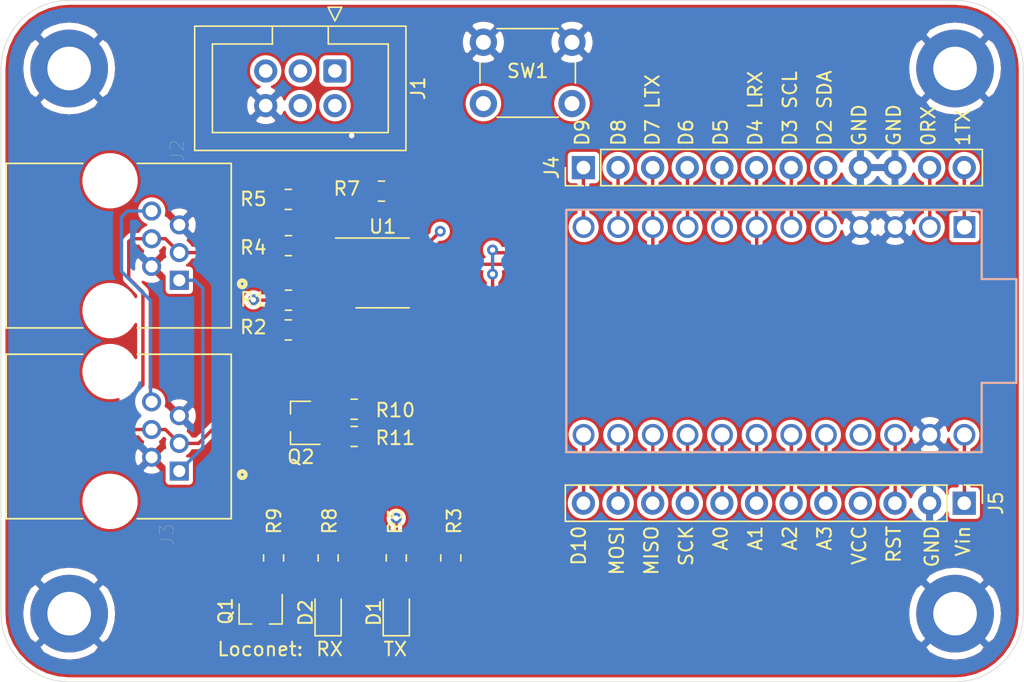
<source format=kicad_pcb>
(kicad_pcb (version 20171130) (host pcbnew 5.1.9-73d0e3b20d~88~ubuntu20.04.1)
  (layers (0 F.Cu signal) (1 In1.Cu signal) (2 In2.Cu signal) (31 B.Cu signal) (34 B.Paste user) (35 F.Paste user) (36 B.SilkS user) (37 F.SilkS user) (38 B.Mask user) (39 F.Mask user) (44 Edge.Cuts user))
  (net 0 "")
  (net 1 GND)
  (net 2 VCC)
  (net 3 "Net-(D1-Pad2)")
  (net 4 /RX)
  (net 5 "Net-(D2-Pad2)")
  (net 6 "Net-(D2-Pad1)")
  (net 7 /mosi)
  (net 8 /rst)
  (net 9 /sck)
  (net 10 /miso)
  (net 11 "Net-(J2-Pad1)")
  (net 12 /LocoNet/loconet)
  (net 13 "Net-(J2-Pad6)")
  (net 14 "/Arduino Leonardo/PD3_D1_TX")
  (net 15 "/Arduino Leonardo/PD2_D0_RX")
  (net 16 "/Arduino Leonardo/PD1_D2_SDA")
  (net 17 "/Arduino Leonardo/PD0_D3_SCL")
  (net 18 "/Arduino Leonardo/PC6_D5")
  (net 19 "/Arduino Leonardo/PD7_D6_A7")
  (net 20 /TX)
  (net 21 "/Arduino Leonardo/PB4_D8")
  (net 22 "/Arduino Leonardo/PB5_D9_A8")
  (net 23 "/Arduino Leonardo/PB6_D10")
  (net 24 "/Arduino Leonardo/PF7_A0")
  (net 25 "/Arduino Leonardo/PF6_A1")
  (net 26 "/Arduino Leonardo/PF5_A2")
  (net 27 "/Arduino Leonardo/PF4_A3")
  (net 28 "/Arduino Leonardo/raw")
  (net 29 "Net-(Q1-Pad1)")
  (net 30 "Net-(Q2-Pad2)")
  (net 31 "Net-(Q2-Pad1)")
  (net 32 "Net-(R1-Pad2)")
  (net 33 "Net-(R4-Pad2)")
  (net 34 "Net-(U1-Pad6)")
  (net 35 "Net-(U1-Pad5)")
  (module Connector_PinHeader_2.54mm:PinHeader_1x12_P2.54mm_Vertical (layer F.Cu) (at 100.6729 106.8959 270)
    (fp_text reference J5 (at 0 -2.33 90) (layer F.SilkS))
    (fp_text value Conn_01x12)
    (fp_line (start -1.33 -1.33) (end 0 -1.33) (layer F.SilkS) (width 0.12))
    (fp_line (start -1.33 0) (end -1.33 -1.33) (layer F.SilkS) (width 0.12))
    (fp_line (start -1.33 1.27) (end 1.33 1.27) (layer F.SilkS) (width 0.12))
    (fp_line (start 1.33 1.27) (end 1.33 29.27) (layer F.SilkS) (width 0.12))
    (fp_line (start -1.33 1.27) (end -1.33 29.27) (layer F.SilkS) (width 0.12))
    (fp_line (start -1.33 29.27) (end 1.33 29.27) (layer F.SilkS) (width 0.12))
    (pad 12 thru_hole oval (at 0 27.94 270) (size 1.7 1.7) (drill 1) (layers *.Cu *.Mask) (net 23 "/Arduino Leonardo/PB6_D10"))
    (pad 11 thru_hole oval (at 0 25.4 270) (size 1.7 1.7) (drill 1) (layers *.Cu *.Mask) (net 7 /mosi))
    (pad 10 thru_hole oval (at 0 22.86 270) (size 1.7 1.7) (drill 1) (layers *.Cu *.Mask) (net 10 /miso))
    (pad 9 thru_hole oval (at 0 20.32 270) (size 1.7 1.7) (drill 1) (layers *.Cu *.Mask) (net 9 /sck))
    (pad 8 thru_hole oval (at 0 17.78 270) (size 1.7 1.7) (drill 1) (layers *.Cu *.Mask) (net 24 "/Arduino Leonardo/PF7_A0"))
    (pad 7 thru_hole oval (at 0 15.24 270) (size 1.7 1.7) (drill 1) (layers *.Cu *.Mask) (net 25 "/Arduino Leonardo/PF6_A1"))
    (pad 6 thru_hole oval (at 0 12.7 270) (size 1.7 1.7) (drill 1) (layers *.Cu *.Mask) (net 26 "/Arduino Leonardo/PF5_A2"))
    (pad 5 thru_hole oval (at 0 10.16 270) (size 1.7 1.7) (drill 1) (layers *.Cu *.Mask) (net 27 "/Arduino Leonardo/PF4_A3"))
    (pad 4 thru_hole oval (at 0 7.62 270) (size 1.7 1.7) (drill 1) (layers *.Cu *.Mask) (net 2 VCC))
    (pad 3 thru_hole oval (at 0 5.08 270) (size 1.7 1.7) (drill 1) (layers *.Cu *.Mask) (net 8 /rst))
    (pad 2 thru_hole oval (at 0 2.54 270) (size 1.7 1.7) (drill 1) (layers *.Cu *.Mask) (net 1 GND))
    (pad 1 thru_hole rect (at 0 0 270) (size 1.7 1.7) (drill 1) (layers *.Cu *.Mask) (net 28 "/Arduino Leonardo/raw"))
  )
  (module LocoNetInterface:ProMicro (layer F.Cu) (at 86.7156 94.2594 180)
    (fp_text reference U3 hide)
    (fp_text value ProMicro)
    (fp_line (start 15.24 -8.89) (end 15.24 8.89) (layer B.SilkS) (width 0.15))
    (fp_line (start 15.24 8.89) (end -15.24 8.89) (layer B.SilkS) (width 0.15))
    (fp_line (start -15.24 8.89) (end -15.24 3.81) (layer B.SilkS) (width 0.15))
    (fp_line (start -15.24 3.81) (end -17.78 3.81) (layer B.SilkS) (width 0.15))
    (fp_line (start -17.78 3.81) (end -17.78 -3.81) (layer B.SilkS) (width 0.15))
    (fp_line (start -17.78 -3.81) (end -15.24 -3.81) (layer B.SilkS) (width 0.15))
    (fp_line (start -15.24 -3.81) (end -15.24 -8.89) (layer B.SilkS) (width 0.15))
    (fp_line (start -15.24 -8.89) (end 15.24 -8.89) (layer B.SilkS) (width 0.15))
    (fp_line (start -15.24 8.89) (end 15.24 8.89) (layer F.SilkS) (width 0.15))
    (fp_line (start -15.24 8.89) (end -15.24 3.81) (layer F.SilkS) (width 0.15))
    (fp_line (start -15.24 3.81) (end -17.78 3.81) (layer F.SilkS) (width 0.15))
    (fp_line (start -17.78 3.81) (end -17.78 -3.81) (layer F.SilkS) (width 0.15))
    (fp_line (start -17.78 -3.81) (end -15.24 -3.81) (layer F.SilkS) (width 0.15))
    (fp_line (start -15.24 -3.81) (end -15.24 -8.89) (layer F.SilkS) (width 0.15))
    (fp_line (start -15.24 -8.89) (end 15.24 -8.89) (layer F.SilkS) (width 0.15))
    (fp_line (start 15.24 -8.89) (end 15.24 8.89) (layer F.SilkS) (width 0.15))
    (pad 24 thru_hole circle (at -13.97 -7.62 180) (size 1.6 1.6) (drill 1.1) (layers *.Cu *.Mask) (net 28 "/Arduino Leonardo/raw"))
    (pad 23 thru_hole circle (at -11.43 -7.62 180) (size 1.6 1.6) (drill 1.1) (layers *.Cu *.Mask) (net 1 GND))
    (pad 22 thru_hole circle (at -8.89 -7.62 180) (size 1.6 1.6) (drill 1.1) (layers *.Cu *.Mask) (net 8 /rst))
    (pad 21 thru_hole circle (at -6.35 -7.62 180) (size 1.6 1.6) (drill 1.1) (layers *.Cu *.Mask) (net 2 VCC))
    (pad 20 thru_hole circle (at -3.81 -7.62 180) (size 1.6 1.6) (drill 1.1) (layers *.Cu *.Mask) (net 27 "/Arduino Leonardo/PF4_A3"))
    (pad 19 thru_hole circle (at -1.27 -7.62 180) (size 1.6 1.6) (drill 1.1) (layers *.Cu *.Mask) (net 26 "/Arduino Leonardo/PF5_A2"))
    (pad 18 thru_hole circle (at 1.27 -7.62 180) (size 1.6 1.6) (drill 1.1) (layers *.Cu *.Mask) (net 25 "/Arduino Leonardo/PF6_A1"))
    (pad 17 thru_hole circle (at 3.81 -7.62 180) (size 1.6 1.6) (drill 1.1) (layers *.Cu *.Mask) (net 24 "/Arduino Leonardo/PF7_A0"))
    (pad 16 thru_hole circle (at 6.35 -7.62 180) (size 1.6 1.6) (drill 1.1) (layers *.Cu *.Mask) (net 9 /sck))
    (pad 15 thru_hole circle (at 8.89 -7.62 180) (size 1.6 1.6) (drill 1.1) (layers *.Cu *.Mask) (net 10 /miso))
    (pad 14 thru_hole circle (at 11.43 -7.62 180) (size 1.6 1.6) (drill 1.1) (layers *.Cu *.Mask) (net 7 /mosi))
    (pad 13 thru_hole circle (at 13.97 -7.62 180) (size 1.6 1.6) (drill 1.1) (layers *.Cu *.Mask) (net 23 "/Arduino Leonardo/PB6_D10"))
    (pad 12 thru_hole circle (at 13.97 7.62 180) (size 1.6 1.6) (drill 1.1) (layers *.Cu *.Mask) (net 22 "/Arduino Leonardo/PB5_D9_A8"))
    (pad 11 thru_hole circle (at 11.43 7.62 180) (size 1.6 1.6) (drill 1.1) (layers *.Cu *.Mask) (net 21 "/Arduino Leonardo/PB4_D8"))
    (pad 10 thru_hole circle (at 8.89 7.62 180) (size 1.6 1.6) (drill 1.1) (layers *.Cu *.Mask) (net 20 /TX))
    (pad 9 thru_hole circle (at 6.35 7.62 180) (size 1.6 1.6) (drill 1.1) (layers *.Cu *.Mask) (net 19 "/Arduino Leonardo/PD7_D6_A7"))
    (pad 8 thru_hole circle (at 3.81 7.62 180) (size 1.6 1.6) (drill 1.1) (layers *.Cu *.Mask) (net 18 "/Arduino Leonardo/PC6_D5"))
    (pad 7 thru_hole circle (at 1.27 7.62 180) (size 1.6 1.6) (drill 1.1) (layers *.Cu *.Mask) (net 4 /RX))
    (pad 6 thru_hole circle (at -1.27 7.62 180) (size 1.6 1.6) (drill 1.1) (layers *.Cu *.Mask) (net 17 "/Arduino Leonardo/PD0_D3_SCL"))
    (pad 5 thru_hole circle (at -3.81 7.62 180) (size 1.6 1.6) (drill 1.1) (layers *.Cu *.Mask) (net 16 "/Arduino Leonardo/PD1_D2_SDA"))
    (pad 4 thru_hole circle (at -6.35 7.62 180) (size 1.6 1.6) (drill 1.1) (layers *.Cu *.Mask) (net 1 GND))
    (pad 3 thru_hole circle (at -8.89 7.62 180) (size 1.6 1.6) (drill 1.1) (layers *.Cu *.Mask) (net 1 GND))
    (pad 2 thru_hole circle (at -11.43 7.62 180) (size 1.6 1.6) (drill 1.1) (layers *.Cu *.Mask) (net 15 "/Arduino Leonardo/PD2_D0_RX"))
    (pad 1 thru_hole rect (at -13.97 7.62 180) (size 1.6 1.6) (drill 1.1) (layers *.Cu *.Mask) (net 14 "/Arduino Leonardo/PD3_D1_TX"))
  )
  (module MountingHole:MountingHole_3.2mm_M3_ISO7380_Pad (layer F.Cu) (at 100 75)
    (fp_text reference H4 hide)
    (fp_text value MountingHole_Pad)
    (pad 1 thru_hole circle (at 0 0) (size 5.7 5.7) (drill 3.2) (layers *.Cu *.Mask) (net 1 GND))
  )
  (module MountingHole:MountingHole_3.2mm_M3_ISO7380_Pad (layer F.Cu) (at 100 115)
    (fp_text reference H3 hide)
    (fp_text value MountingHole_Pad)
    (pad 1 thru_hole circle (at 0 0) (size 5.7 5.7) (drill 3.2) (layers *.Cu *.Mask) (net 1 GND))
  )
  (module MountingHole:MountingHole_3.2mm_M3_ISO7380_Pad (layer F.Cu) (at 35 115)
    (fp_text reference H2 hide)
    (fp_text value MountingHole_Pad)
    (pad 1 thru_hole circle (at 0 0) (size 5.7 5.7) (drill 3.2) (layers *.Cu *.Mask) (net 1 GND))
  )
  (module MountingHole:MountingHole_3.2mm_M3_ISO7380_Pad (layer F.Cu) (at 35 75)
    (fp_text reference H1 hide)
    (fp_text value MountingHole_Pad)
    (pad 1 thru_hole circle (at 0 0) (size 5.7 5.7) (drill 3.2) (layers *.Cu *.Mask) (net 1 GND))
  )
  (module Connector_PinHeader_2.54mm:PinHeader_1x12_P2.54mm_Vertical (layer F.Cu) (at 72.7329 82.2706 90)
    (fp_text reference J4 (at 0 -2.33 90) (layer F.SilkS))
    (fp_text value Conn_01x12)
    (fp_line (start -1.33 29.27) (end 1.33 29.27) (layer F.SilkS) (width 0.12))
    (fp_line (start -1.33 1.27) (end -1.33 29.27) (layer F.SilkS) (width 0.12))
    (fp_line (start 1.33 1.27) (end 1.33 29.27) (layer F.SilkS) (width 0.12))
    (fp_line (start -1.33 1.27) (end 1.33 1.27) (layer F.SilkS) (width 0.12))
    (fp_line (start -1.33 0) (end -1.33 -1.33) (layer F.SilkS) (width 0.12))
    (fp_line (start -1.33 -1.33) (end 0 -1.33) (layer F.SilkS) (width 0.12))
    (pad 12 thru_hole oval (at 0 27.94 90) (size 1.7 1.7) (drill 1) (layers *.Cu *.Mask) (net 14 "/Arduino Leonardo/PD3_D1_TX"))
    (pad 11 thru_hole oval (at 0 25.4 90) (size 1.7 1.7) (drill 1) (layers *.Cu *.Mask) (net 15 "/Arduino Leonardo/PD2_D0_RX"))
    (pad 10 thru_hole oval (at 0 22.86 90) (size 1.7 1.7) (drill 1) (layers *.Cu *.Mask) (net 1 GND))
    (pad 9 thru_hole oval (at 0 20.32 90) (size 1.7 1.7) (drill 1) (layers *.Cu *.Mask) (net 1 GND))
    (pad 8 thru_hole oval (at 0 17.78 90) (size 1.7 1.7) (drill 1) (layers *.Cu *.Mask) (net 16 "/Arduino Leonardo/PD1_D2_SDA"))
    (pad 7 thru_hole oval (at 0 15.24 90) (size 1.7 1.7) (drill 1) (layers *.Cu *.Mask) (net 17 "/Arduino Leonardo/PD0_D3_SCL"))
    (pad 6 thru_hole oval (at 0 12.7 90) (size 1.7 1.7) (drill 1) (layers *.Cu *.Mask) (net 4 /RX))
    (pad 5 thru_hole oval (at 0 10.16 90) (size 1.7 1.7) (drill 1) (layers *.Cu *.Mask) (net 18 "/Arduino Leonardo/PC6_D5"))
    (pad 4 thru_hole oval (at 0 7.62 90) (size 1.7 1.7) (drill 1) (layers *.Cu *.Mask) (net 19 "/Arduino Leonardo/PD7_D6_A7"))
    (pad 3 thru_hole oval (at 0 5.08 90) (size 1.7 1.7) (drill 1) (layers *.Cu *.Mask) (net 20 /TX))
    (pad 2 thru_hole oval (at 0 2.54 90) (size 1.7 1.7) (drill 1) (layers *.Cu *.Mask) (net 21 "/Arduino Leonardo/PB4_D8"))
    (pad 1 thru_hole rect (at 0 0 90) (size 1.7 1.7) (drill 1) (layers *.Cu *.Mask) (net 22 "/Arduino Leonardo/PB5_D9_A8"))
  )
  (module Package_SO:SOIC-8_3.9x4.9mm_P1.27mm (layer F.Cu) (at 58 90)
    (fp_text reference U1 (at 0 -3.4) (layer F.SilkS))
    (fp_text value LM311)
    (fp_line (start 0 2.56) (end 1.95 2.56) (layer F.SilkS) (width 0.12))
    (fp_line (start 0 2.56) (end -1.95 2.56) (layer F.SilkS) (width 0.12))
    (fp_line (start 0 -2.56) (end 1.95 -2.56) (layer F.SilkS) (width 0.12))
    (fp_line (start 0 -2.56) (end -3.45 -2.56) (layer F.SilkS) (width 0.12))
    (pad 8 smd roundrect (at 2.475 -1.905) (size 1.95 0.6) (layers F.Cu F.Paste F.Mask) (net 2 VCC))
    (pad 7 smd roundrect (at 2.475 -0.635) (size 1.95 0.6) (layers F.Cu F.Paste F.Mask) (net 4 /RX))
    (pad 6 smd roundrect (at 2.475 0.635) (size 1.95 0.6) (layers F.Cu F.Paste F.Mask) (net 34 "Net-(U1-Pad6)"))
    (pad 5 smd roundrect (at 2.475 1.905) (size 1.95 0.6) (layers F.Cu F.Paste F.Mask) (net 35 "Net-(U1-Pad5)"))
    (pad 4 smd roundrect (at -2.475 1.905) (size 1.95 0.6) (layers F.Cu F.Paste F.Mask) (net 1 GND))
    (pad 3 smd roundrect (at -2.475 0.635) (size 1.95 0.6) (layers F.Cu F.Paste F.Mask) (net 32 "Net-(R1-Pad2)"))
    (pad 2 smd roundrect (at -2.475 -0.635) (size 1.95 0.6) (layers F.Cu F.Paste F.Mask) (net 33 "Net-(R4-Pad2)"))
    (pad 1 smd roundrect (at -2.475 -1.905) (size 1.95 0.6) (layers F.Cu F.Paste F.Mask) (net 1 GND))
  )
  (module Button_Switch_THT:SW_PUSH_6mm_H4.3mm (layer F.Cu) (at 65.3923 73.0758)
    (fp_text reference SW1 (at 3.25 2.1082) (layer F.SilkS))
    (fp_text value SW_Push)
    (fp_line (start 1 5.5) (end 5.5 5.5) (layer F.SilkS) (width 0.12))
    (fp_line (start -0.25 1.5) (end -0.25 3) (layer F.SilkS) (width 0.12))
    (fp_line (start 5.5 -1) (end 1 -1) (layer F.SilkS) (width 0.12))
    (fp_line (start 6.75 3) (end 6.75 1.5) (layer F.SilkS) (width 0.12))
    (pad 1 thru_hole circle (at 6.5 0 90) (size 2 2) (drill 1.1) (layers *.Cu *.Mask) (net 1 GND))
    (pad 2 thru_hole circle (at 6.5 4.5 90) (size 2 2) (drill 1.1) (layers *.Cu *.Mask) (net 8 /rst))
    (pad 1 thru_hole circle (at 0 0 90) (size 2 2) (drill 1.1) (layers *.Cu *.Mask) (net 1 GND))
    (pad 2 thru_hole circle (at 0 4.5 90) (size 2 2) (drill 1.1) (layers *.Cu *.Mask) (net 8 /rst))
  )
  (module Resistor_SMD:R_0805_2012Metric (layer F.Cu) (at 55.9125 102 180)
    (fp_text reference R11 (at -3.0155 -0.108) (layer F.SilkS))
    (fp_text value 4.7K)
    (fp_line (start -0.227064 -0.735) (end 0.227064 -0.735) (layer F.SilkS) (width 0.12))
    (fp_line (start -0.227064 0.735) (end 0.227064 0.735) (layer F.SilkS) (width 0.12))
    (pad 2 smd roundrect (at 0.9125 0 180) (size 1.025 1.4) (layers F.Cu F.Paste F.Mask) (roundrect_rratio 0.243902) (net 31 "Net-(Q2-Pad1)"))
    (pad 1 smd roundrect (at -0.9125 0 180) (size 1.025 1.4) (layers F.Cu F.Paste F.Mask) (roundrect_rratio 0.243902) (net 20 /TX))
  )
  (module Resistor_SMD:R_0805_2012Metric (layer F.Cu) (at 55.9125 100 180)
    (fp_text reference R10 (at -3.0155 -0.076) (layer F.SilkS))
    (fp_text value 47)
    (fp_line (start -0.227064 -0.735) (end 0.227064 -0.735) (layer F.SilkS) (width 0.12))
    (fp_line (start -0.227064 0.735) (end 0.227064 0.735) (layer F.SilkS) (width 0.12))
    (pad 2 smd roundrect (at 0.9125 0 180) (size 1.025 1.4) (layers F.Cu F.Paste F.Mask) (roundrect_rratio 0.243902) (net 30 "Net-(Q2-Pad2)"))
    (pad 1 smd roundrect (at -0.9125 0 180) (size 1.025 1.4) (layers F.Cu F.Paste F.Mask) (roundrect_rratio 0.243902) (net 1 GND))
  )
  (module Resistor_SMD:R_0805_2012Metric (layer F.Cu) (at 50 110.9125 270)
    (fp_text reference R9 (at -2.7085 -0.038 90) (layer F.SilkS))
    (fp_text value 4.7K)
    (fp_line (start -0.227064 -0.735) (end 0.227064 -0.735) (layer F.SilkS) (width 0.12))
    (fp_line (start -0.227064 0.735) (end 0.227064 0.735) (layer F.SilkS) (width 0.12))
    (pad 2 smd roundrect (at 0.9125 0 270) (size 1.025 1.4) (layers F.Cu F.Paste F.Mask) (roundrect_rratio 0.243902) (net 29 "Net-(Q1-Pad1)"))
    (pad 1 smd roundrect (at -0.9125 0 270) (size 1.025 1.4) (layers F.Cu F.Paste F.Mask) (roundrect_rratio 0.243902) (net 20 /TX))
  )
  (module Resistor_SMD:R_0805_2012Metric (layer F.Cu) (at 54 110.9125 90)
    (fp_text reference R8 (at 2.7085 0.102 90) (layer F.SilkS))
    (fp_text value 470)
    (fp_line (start -0.227064 -0.735) (end 0.227064 -0.735) (layer F.SilkS) (width 0.12))
    (fp_line (start -0.227064 0.735) (end 0.227064 0.735) (layer F.SilkS) (width 0.12))
    (pad 2 smd roundrect (at 0.9125 0 90) (size 1.025 1.4) (layers F.Cu F.Paste F.Mask) (roundrect_rratio 0.243902) (net 2 VCC))
    (pad 1 smd roundrect (at -0.9125 0 90) (size 1.025 1.4) (layers F.Cu F.Paste F.Mask) (roundrect_rratio 0.243902) (net 5 "Net-(D2-Pad2)"))
  )
  (module Resistor_SMD:R_0805_2012Metric (layer F.Cu) (at 57.9125 84 180)
    (fp_text reference R7 (at 2.5405 0.18) (layer F.SilkS))
    (fp_text value 220K)
    (fp_line (start -0.227064 -0.735) (end 0.227064 -0.735) (layer F.SilkS) (width 0.12))
    (fp_line (start -0.227064 0.735) (end 0.227064 0.735) (layer F.SilkS) (width 0.12))
    (pad 2 smd roundrect (at 0.9125 0 180) (size 1.025 1.4) (layers F.Cu F.Paste F.Mask) (roundrect_rratio 0.243902) (net 33 "Net-(R4-Pad2)"))
    (pad 1 smd roundrect (at -0.9125 0 180) (size 1.025 1.4) (layers F.Cu F.Paste F.Mask) (roundrect_rratio 0.243902) (net 4 /RX))
  )
  (module Resistor_SMD:R_0805_2012Metric (layer F.Cu) (at 59 110.9125 90)
    (fp_text reference R6 (at 2.7085 -0.072 90) (layer F.SilkS))
    (fp_text value 470)
    (fp_line (start -0.227064 -0.735) (end 0.227064 -0.735) (layer F.SilkS) (width 0.12))
    (fp_line (start -0.227064 0.735) (end 0.227064 0.735) (layer F.SilkS) (width 0.12))
    (pad 2 smd roundrect (at 0.9125 0 90) (size 1.025 1.4) (layers F.Cu F.Paste F.Mask) (roundrect_rratio 0.243902) (net 2 VCC))
    (pad 1 smd roundrect (at -0.9125 0 90) (size 1.025 1.4) (layers F.Cu F.Paste F.Mask) (roundrect_rratio 0.243902) (net 3 "Net-(D1-Pad2)"))
  )
  (module Resistor_SMD:R_0805_2012Metric (layer F.Cu) (at 51.0794 84.6074 180)
    (fp_text reference R5 (at 2.5654 0.0254) (layer F.SilkS))
    (fp_text value 150K)
    (fp_line (start -0.227064 -0.735) (end 0.227064 -0.735) (layer F.SilkS) (width 0.12))
    (fp_line (start -0.227064 0.735) (end 0.227064 0.735) (layer F.SilkS) (width 0.12))
    (pad 2 smd roundrect (at 0.9125 0 180) (size 1.025 1.4) (layers F.Cu F.Paste F.Mask) (roundrect_rratio 0.243902) (net 1 GND))
    (pad 1 smd roundrect (at -0.9125 0 180) (size 1.025 1.4) (layers F.Cu F.Paste F.Mask) (roundrect_rratio 0.243902) (net 33 "Net-(R4-Pad2)"))
  )
  (module Resistor_SMD:R_0805_2012Metric (layer F.Cu) (at 51.0875 88)
    (fp_text reference R4 (at -2.5735 0.138) (layer F.SilkS))
    (fp_text value 47K)
    (fp_line (start -0.227064 -0.735) (end 0.227064 -0.735) (layer F.SilkS) (width 0.12))
    (fp_line (start -0.227064 0.735) (end 0.227064 0.735) (layer F.SilkS) (width 0.12))
    (pad 2 smd roundrect (at 0.9125 0) (size 1.025 1.4) (layers F.Cu F.Paste F.Mask) (roundrect_rratio 0.243902) (net 33 "Net-(R4-Pad2)"))
    (pad 1 smd roundrect (at -0.9125 0) (size 1.025 1.4) (layers F.Cu F.Paste F.Mask) (roundrect_rratio 0.243902) (net 12 /LocoNet/loconet))
  )
  (module Resistor_SMD:R_0805_2012Metric (layer F.Cu) (at 63 110.9125 90)
    (fp_text reference R3 (at 2.7085 0.246 90) (layer F.SilkS))
    (fp_text value 1K)
    (fp_line (start -0.227064 -0.735) (end 0.227064 -0.735) (layer F.SilkS) (width 0.12))
    (fp_line (start -0.227064 0.735) (end 0.227064 0.735) (layer F.SilkS) (width 0.12))
    (pad 2 smd roundrect (at 0.9125 0 90) (size 1.025 1.4) (layers F.Cu F.Paste F.Mask) (roundrect_rratio 0.243902) (net 2 VCC))
    (pad 1 smd roundrect (at -0.9125 0 90) (size 1.025 1.4) (layers F.Cu F.Paste F.Mask) (roundrect_rratio 0.243902) (net 4 /RX))
  )
  (module Resistor_SMD:R_0805_2012Metric (layer F.Cu) (at 51.0775 94.1832 180)
    (fp_text reference R2 (at 2.5635 0.2032) (layer F.SilkS))
    (fp_text value 22K)
    (fp_line (start -0.227064 -0.735) (end 0.227064 -0.735) (layer F.SilkS) (width 0.12))
    (fp_line (start -0.227064 0.735) (end 0.227064 0.735) (layer F.SilkS) (width 0.12))
    (pad 2 smd roundrect (at 0.9125 0 180) (size 1.025 1.4) (layers F.Cu F.Paste F.Mask) (roundrect_rratio 0.243902) (net 1 GND))
    (pad 1 smd roundrect (at -0.9125 0 180) (size 1.025 1.4) (layers F.Cu F.Paste F.Mask) (roundrect_rratio 0.243902) (net 32 "Net-(R1-Pad2)"))
  )
  (module Resistor_SMD:R_0805_2012Metric (layer F.Cu) (at 51.0875 92)
    (fp_text reference R1 (at -2.5735 -0.052) (layer F.SilkS))
    (fp_text value 10K)
    (fp_line (start -0.227064 -0.735) (end 0.227064 -0.735) (layer F.SilkS) (width 0.12))
    (fp_line (start -0.227064 0.735) (end 0.227064 0.735) (layer F.SilkS) (width 0.12))
    (pad 2 smd roundrect (at 0.9125 0) (size 1.025 1.4) (layers F.Cu F.Paste F.Mask) (roundrect_rratio 0.243902) (net 32 "Net-(R1-Pad2)"))
    (pad 1 smd roundrect (at -0.9125 0) (size 1.025 1.4) (layers F.Cu F.Paste F.Mask) (roundrect_rratio 0.243902) (net 2 VCC))
  )
  (module Package_TO_SOT_SMD:SOT-23 (layer F.Cu) (at 52 101 180)
    (fp_text reference Q2 (at 0 -2.5) (layer F.SilkS))
    (fp_text value 2N3904)
    (fp_line (start 0.76 1.58) (end 0.76 0.65) (layer F.SilkS) (width 0.12))
    (fp_line (start 0.76 -1.58) (end 0.76 -0.65) (layer F.SilkS) (width 0.12))
    (fp_line (start 0.76 -1.58) (end -1.4 -1.58) (layer F.SilkS) (width 0.12))
    (fp_line (start 0.76 1.58) (end -0.7 1.58) (layer F.SilkS) (width 0.12))
    (pad 3 smd rect (at 1 0 180) (size 0.9 0.8) (layers F.Cu F.Paste F.Mask) (net 12 /LocoNet/loconet))
    (pad 2 smd rect (at -1 0.95 180) (size 0.9 0.8) (layers F.Cu F.Paste F.Mask) (net 30 "Net-(Q2-Pad2)"))
    (pad 1 smd rect (at -1 -0.95 180) (size 0.9 0.8) (layers F.Cu F.Paste F.Mask) (net 31 "Net-(Q2-Pad1)"))
  )
  (module Package_TO_SOT_SMD:SOT-23 (layer F.Cu) (at 49.05 115 270)
    (fp_text reference Q1 (at -0.192 2.568 90) (layer F.SilkS))
    (fp_text value 2N3904)
    (fp_line (start 0.76 1.58) (end 0.76 0.65) (layer F.SilkS) (width 0.12))
    (fp_line (start 0.76 -1.58) (end 0.76 -0.65) (layer F.SilkS) (width 0.12))
    (fp_line (start 0.76 -1.58) (end -1.4 -1.58) (layer F.SilkS) (width 0.12))
    (fp_line (start 0.76 1.58) (end -0.7 1.58) (layer F.SilkS) (width 0.12))
    (pad 3 smd rect (at 1 0 270) (size 0.9 0.8) (layers F.Cu F.Paste F.Mask) (net 6 "Net-(D2-Pad1)"))
    (pad 2 smd rect (at -1 0.95 270) (size 0.9 0.8) (layers F.Cu F.Paste F.Mask) (net 1 GND))
    (pad 1 smd rect (at -1 -0.95 270) (size 0.9 0.8) (layers F.Cu F.Paste F.Mask) (net 29 "Net-(Q1-Pad1)"))
  )
  (module LocoNetInterface:AMPHENOL_RJE0166001 (layer F.Cu) (at 38 102 270)
    (fp_text reference J3 (at 7.22 -4.164 90) (layer F.SilkS) (effects (font (size 1.000992 1.000992) (thickness 0.015))))
    (fp_text value RJ12)
    (fp_line (start -6.035 -8.89) (end 6.035 -8.89) (layer F.SilkS) (width 0.127))
    (fp_line (start 6.035 -8.89) (end 6.035 -2) (layer F.SilkS) (width 0.127))
    (fp_line (start 6.035 2) (end 6.035 7.62) (layer F.SilkS) (width 0.127))
    (fp_line (start 6.035 7.62) (end -6.035 7.62) (layer F.SilkS) (width 0.127))
    (fp_line (start -6.035 7.62) (end -6.035 2) (layer F.SilkS) (width 0.127))
    (fp_line (start -6.035 -2) (end -6.035 -8.89) (layer F.SilkS) (width 0.127))
    (fp_circle (center 2.8 -9.7) (end 2.9 -9.7) (layer F.SilkS) (width 0.3))
    (pad 1 thru_hole rect (at 2.54 -5.08 270) (size 1.398 1.398) (drill 0.89) (layers *.Cu *.Mask) (net 11 "Net-(J2-Pad1)"))
    (pad None np_thru_hole circle (at -4.7625 0 270) (size 3.45 3.45) (drill 3.45) (layers *.Cu *.Mask))
    (pad None np_thru_hole circle (at 4.7625 0 270) (size 3.45 3.45) (drill 3.45) (layers *.Cu *.Mask))
    (pad 3 thru_hole circle (at 0.508 -5.08 270) (size 1.398 1.398) (drill 0.89) (layers *.Cu *.Mask) (net 12 /LocoNet/loconet))
    (pad 5 thru_hole circle (at -1.524 -5.08 270) (size 1.398 1.398) (drill 0.89) (layers *.Cu *.Mask) (net 1 GND))
    (pad 2 thru_hole circle (at 1.524 -3.05 270) (size 1.398 1.398) (drill 0.89) (layers *.Cu *.Mask) (net 1 GND))
    (pad 4 thru_hole circle (at -0.508 -3.048 270) (size 1.398 1.398) (drill 0.89) (layers *.Cu *.Mask) (net 12 /LocoNet/loconet))
    (pad 6 thru_hole circle (at -2.54 -3.05 270) (size 1.398 1.398) (drill 0.89) (layers *.Cu *.Mask) (net 13 "Net-(J2-Pad6)"))
  )
  (module LocoNetInterface:AMPHENOL_RJE0166001 (layer F.Cu) (at 38 88 270)
    (fp_text reference J2 (at -6.974 -4.926 90) (layer F.SilkS) (effects (font (size 1.000992 1.000992) (thickness 0.015))))
    (fp_text value RJ12)
    (fp_line (start -6.035 -8.89) (end 6.035 -8.89) (layer F.SilkS) (width 0.127))
    (fp_line (start 6.035 -8.89) (end 6.035 -2) (layer F.SilkS) (width 0.127))
    (fp_line (start 6.035 2) (end 6.035 7.62) (layer F.SilkS) (width 0.127))
    (fp_line (start 6.035 7.62) (end -6.035 7.62) (layer F.SilkS) (width 0.127))
    (fp_line (start -6.035 7.62) (end -6.035 2) (layer F.SilkS) (width 0.127))
    (fp_line (start -6.035 -2) (end -6.035 -8.89) (layer F.SilkS) (width 0.127))
    (fp_circle (center 2.8 -9.7) (end 2.9 -9.7) (layer F.SilkS) (width 0.3))
    (pad 1 thru_hole rect (at 2.54 -5.08 270) (size 1.398 1.398) (drill 0.89) (layers *.Cu *.Mask) (net 11 "Net-(J2-Pad1)"))
    (pad None np_thru_hole circle (at -4.7625 0 270) (size 3.45 3.45) (drill 3.45) (layers *.Cu *.Mask))
    (pad None np_thru_hole circle (at 4.7625 0 270) (size 3.45 3.45) (drill 3.45) (layers *.Cu *.Mask))
    (pad 3 thru_hole circle (at 0.508 -5.08 270) (size 1.398 1.398) (drill 0.89) (layers *.Cu *.Mask) (net 12 /LocoNet/loconet))
    (pad 5 thru_hole circle (at -1.524 -5.08 270) (size 1.398 1.398) (drill 0.89) (layers *.Cu *.Mask) (net 1 GND))
    (pad 2 thru_hole circle (at 1.524 -3.05 270) (size 1.398 1.398) (drill 0.89) (layers *.Cu *.Mask) (net 1 GND))
    (pad 4 thru_hole circle (at -0.508 -3.048 270) (size 1.398 1.398) (drill 0.89) (layers *.Cu *.Mask) (net 12 /LocoNet/loconet))
    (pad 6 thru_hole circle (at -2.54 -3.05 270) (size 1.398 1.398) (drill 0.89) (layers *.Cu *.Mask) (net 13 "Net-(J2-Pad6)"))
  )
  (module Connector_IDC:IDC-Header_2x03_P2.54mm_Vertical (layer F.Cu) (at 54.5 75.184 270)
    (fp_text reference J1 (at 1.27 -6.1 90) (layer F.SilkS))
    (fp_text value ICSP)
    (fp_line (start -3.29 -5.21) (end 5.83 -5.21) (layer F.SilkS) (width 0.12))
    (fp_line (start 5.83 -5.21) (end 5.83 10.29) (layer F.SilkS) (width 0.12))
    (fp_line (start 5.83 10.29) (end -3.29 10.29) (layer F.SilkS) (width 0.12))
    (fp_line (start -3.29 10.29) (end -3.29 -5.21) (layer F.SilkS) (width 0.12))
    (fp_line (start -3.29 0.49) (end -1.98 0.49) (layer F.SilkS) (width 0.12))
    (fp_line (start -1.98 0.49) (end -1.98 -3.91) (layer F.SilkS) (width 0.12))
    (fp_line (start -1.98 -3.91) (end 4.52 -3.91) (layer F.SilkS) (width 0.12))
    (fp_line (start 4.52 -3.91) (end 4.52 8.99) (layer F.SilkS) (width 0.12))
    (fp_line (start 4.52 8.99) (end -1.98 8.99) (layer F.SilkS) (width 0.12))
    (fp_line (start -1.98 8.99) (end -1.98 4.59) (layer F.SilkS) (width 0.12))
    (fp_line (start -1.98 4.59) (end -1.98 4.59) (layer F.SilkS) (width 0.12))
    (fp_line (start -1.98 4.59) (end -3.29 4.59) (layer F.SilkS) (width 0.12))
    (fp_line (start -3.68 0) (end -4.68 -0.5) (layer F.SilkS) (width 0.12))
    (fp_line (start -4.68 -0.5) (end -4.68 0.5) (layer F.SilkS) (width 0.12))
    (fp_line (start -4.68 0.5) (end -3.68 0) (layer F.SilkS) (width 0.12))
    (pad 6 thru_hole circle (at 2.54 5.08 270) (size 1.7 1.7) (drill 1) (layers *.Cu *.Mask) (net 1 GND))
    (pad 4 thru_hole circle (at 2.54 2.54 270) (size 1.7 1.7) (drill 1) (layers *.Cu *.Mask) (net 7 /mosi))
    (pad 2 thru_hole circle (at 2.54 0 270) (size 1.7 1.7) (drill 1) (layers *.Cu *.Mask) (net 2 VCC))
    (pad 5 thru_hole circle (at 0 5.08 270) (size 1.7 1.7) (drill 1) (layers *.Cu *.Mask) (net 8 /rst))
    (pad 3 thru_hole circle (at 0 2.54 270) (size 1.7 1.7) (drill 1) (layers *.Cu *.Mask) (net 9 /sck))
    (pad 1 thru_hole roundrect (at 0 0 270) (size 1.7 1.7) (drill 1) (layers *.Cu *.Mask) (roundrect_rratio 0.147059) (net 10 /miso))
  )
  (module LED_SMD:LED_0805_2012Metric (layer F.Cu) (at 54 114.9375 90)
    (fp_text reference D2 (at 0 -1.65 90) (layer F.SilkS))
    (fp_text value LED)
    (fp_line (start 1 -0.96) (end -1.685 -0.96) (layer F.SilkS) (width 0.12))
    (fp_line (start -1.685 -0.96) (end -1.685 0.96) (layer F.SilkS) (width 0.12))
    (fp_line (start -1.685 0.96) (end 1 0.96) (layer F.SilkS) (width 0.12))
    (pad 2 smd roundrect (at 0.9375 0 90) (size 0.975 1.4) (layers F.Cu F.Paste F.Mask) (net 5 "Net-(D2-Pad2)"))
    (pad 1 smd roundrect (at -0.9375 0 90) (size 0.975 1.4) (layers F.Cu F.Paste F.Mask) (net 6 "Net-(D2-Pad1)"))
  )
  (module LED_SMD:LED_0805_2012Metric (layer F.Cu) (at 59 114.9375 90)
    (fp_text reference D1 (at 0 -1.65 90) (layer F.SilkS))
    (fp_text value LED)
    (fp_line (start 1 -0.96) (end -1.685 -0.96) (layer F.SilkS) (width 0.12))
    (fp_line (start -1.685 -0.96) (end -1.685 0.96) (layer F.SilkS) (width 0.12))
    (fp_line (start -1.685 0.96) (end 1 0.96) (layer F.SilkS) (width 0.12))
    (pad 2 smd roundrect (at 0.9375 0 90) (size 0.975 1.4) (layers F.Cu F.Paste F.Mask) (net 3 "Net-(D1-Pad2)"))
    (pad 1 smd roundrect (at -0.9375 0 90) (size 0.975 1.4) (layers F.Cu F.Paste F.Mask) (net 4 /RX))
  )
  (gr_arc (start 35 75) (end 35 70) (angle -90) (layer Edge.Cuts) (width 0.05))
  (gr_arc (start 35 115) (end 30 115) (angle -90) (layer Edge.Cuts) (width 0.05))
  (gr_arc (start 100 115) (end 100 120) (angle -90) (layer Edge.Cuts) (width 0.05))
  (gr_arc (start 100 75) (end 105 75) (angle -90) (layer Edge.Cuts) (width 0.05))
  (gr_text Loconet: (at 49.022 117.602) (layer F.SilkS) (effects (font (size 1 1))))
  (gr_text RX (at 54.102 117.602) (layer F.SilkS) (effects (font (size 1 1))))
  (gr_text TX (at 58.928 117.602) (layer F.SilkS) (effects (font (size 1 1))))
  (gr_text SCK (at 80.264 108.458 90) (layer F.SilkS) (effects (font (size 1 1)) (justify right)))
  (gr_text MISO (at 77.724 108.458 90) (layer F.SilkS) (effects (font (size 1 1)) (justify right)))
  (gr_text MOSI (at 75.184 108.458 90) (layer F.SilkS) (effects (font (size 1 1)) (justify right)))
  (gr_text D10 (at 72.39 108.458 90) (layer F.SilkS) (effects (font (size 1 1)) (justify right)))
  (gr_text A0 (at 82.804 108.458 90) (layer F.SilkS) (effects (font (size 1 1)) (justify right)))
  (gr_text A1 (at 85.344 108.458 90) (layer F.SilkS) (effects (font (size 1 1)) (justify right)))
  (gr_text A2 (at 87.884 108.458 90) (layer F.SilkS) (effects (font (size 1 1)) (justify right)))
  (gr_text VCC (at 92.964 108.458 90) (layer F.SilkS) (effects (font (size 1 1)) (justify right)))
  (gr_text RST (at 95.504 108.458 90) (layer F.SilkS) (effects (font (size 1 1)) (justify right)))
  (gr_text A3 (at 90.424 108.458 90) (layer F.SilkS) (effects (font (size 1 1)) (justify right)))
  (gr_text Vin (at 100.584 108.458 90) (layer F.SilkS) (effects (font (size 1 1)) (justify right)))
  (gr_text GND (at 98.298 108.458 90) (layer F.SilkS) (effects (font (size 1 1)) (justify right)))
  (gr_text GND (at 95.504 80.772 90) (layer F.SilkS) (effects (font (size 1 1)) (justify left)))
  (gr_text GND (at 92.964 80.772 90) (layer F.SilkS) (effects (font (size 1 1)) (justify left)))
  (gr_text 1TX (at 100.584 80.772 90) (layer F.SilkS) (effects (font (size 1 1)) (justify left)))
  (gr_text 0RX (at 98.044 80.772 90) (layer F.SilkS) (effects (font (size 1 1)) (justify left)))
  (gr_text "D2 SDA" (at 90.424 80.772 90) (layer F.SilkS) (effects (font (size 1 1)) (justify left)))
  (gr_text "D3 SCL" (at 87.884 80.772 90) (layer F.SilkS) (effects (font (size 1 1)) (justify left)))
  (gr_text "D4 LRX" (at 85.344 80.772 90) (layer F.SilkS) (effects (font (size 1 1)) (justify left)))
  (gr_text D5 (at 82.804 80.772 90) (layer F.SilkS) (effects (font (size 1 1)) (justify left)))
  (gr_text D6 (at 80.264 80.772 90) (layer F.SilkS) (effects (font (size 1 1)) (justify left)))
  (gr_text "D7 LTX" (at 77.8002 80.772 90) (layer F.SilkS) (effects (font (size 1 1)) (justify left)))
  (gr_text D8 (at 75.311 80.772 90) (layer F.SilkS) (effects (font (size 1 1)) (justify left)))
  (gr_text D9 (at 72.644 80.772 90) (layer F.SilkS) (effects (font (size 1 1)) (justify left)))
  (gr_line (start 30 75) (end 30 115) (layer Edge.Cuts) (width 0.05))
  (gr_line (start 100 70) (end 35 70) (layer Edge.Cuts) (width 0.05))
  (gr_line (start 105 115) (end 105 75) (layer Edge.Cuts) (width 0.05))
  (gr_line (start 35 120) (end 100 120) (layer Edge.Cuts) (width 0.05))
  (via (at 55.7276 79.9211) (size 0.8) (drill 0.4) (layers F.Cu B.Cu) (net 1))
  (segment (start 54 110) (end 59 110) (width 0.25) (layer F.Cu) (net 2))
  (segment (start 59 110) (end 63 110) (width 0.25) (layer F.Cu) (net 2))
  (via (at 59 108) (size 0.8) (drill 0.4) (layers F.Cu B.Cu) (net 2))
  (segment (start 59 110) (end 59 108) (width 0.25) (layer F.Cu) (net 2))
  (via (at 62.23 86.9442) (size 0.8) (drill 0.4) (layers F.Cu B.Cu) (net 2))
  (segment (start 61.0792 88.095) (end 62.23 86.9442) (width 0.25) (layer F.Cu) (net 2))
  (segment (start 60.475 88.095) (end 61.0792 88.095) (width 0.25) (layer F.Cu) (net 2))
  (via (at 48.514 91.9734) (size 0.8) (drill 0.4) (layers F.Cu B.Cu) (net 2))
  (segment (start 48.5406 92) (end 48.514 91.9734) (width 0.25) (layer F.Cu) (net 2))
  (segment (start 50.175 92) (end 48.5406 92) (width 0.25) (layer F.Cu) (net 2))
  (segment (start 59 111.825) (end 59 114) (width 0.25) (layer F.Cu) (net 3))
  (segment (start 85.4329 86.6267) (end 85.4456 86.6394) (width 0.25) (layer F.Cu) (net 4))
  (segment (start 85.4329 82.2706) (end 85.4329 86.6267) (width 0.25) (layer F.Cu) (net 4))
  (segment (start 63 114.75) (end 63 111.825) (width 0.25) (layer F.Cu) (net 4))
  (segment (start 61.875 115.875) (end 63 114.75) (width 0.25) (layer F.Cu) (net 4))
  (segment (start 59 115.875) (end 61.875 115.875) (width 0.25) (layer F.Cu) (net 4))
  (segment (start 59.5 89.365) (end 60.475 89.365) (width 0.25) (layer F.Cu) (net 4))
  (segment (start 58.825 88.69) (end 59.5 89.365) (width 0.25) (layer F.Cu) (net 4))
  (segment (start 58.825 84) (end 58.825 88.69) (width 0.25) (layer F.Cu) (net 4))
  (segment (start 85.4456 88.5444) (end 85.4456 86.6394) (width 0.25) (layer F.Cu) (net 4))
  (segment (start 84.625 89.365) (end 85.4456 88.5444) (width 0.25) (layer F.Cu) (net 4))
  (segment (start 63 111.825) (end 66.4322 111.825) (width 0.25) (layer F.Cu) (net 4))
  (segment (start 66.4322 111.825) (end 67.691 110.5662) (width 0.25) (layer F.Cu) (net 4))
  (segment (start 67.691 90.1954) (end 68.5214 89.365) (width 0.25) (layer F.Cu) (net 4))
  (segment (start 67.691 110.5662) (end 67.691 90.1954) (width 0.25) (layer F.Cu) (net 4))
  (segment (start 68.5214 89.365) (end 84.625 89.365) (width 0.25) (layer F.Cu) (net 4))
  (segment (start 60.475 89.365) (end 68.5214 89.365) (width 0.25) (layer F.Cu) (net 4))
  (segment (start 54 111.825) (end 54 114) (width 0.25) (layer F.Cu) (net 5))
  (segment (start 53.875 116) (end 54 115.875) (width 0.25) (layer F.Cu) (net 6))
  (segment (start 49.05 116) (end 53.875 116) (width 0.25) (layer F.Cu) (net 6))
  (segment (start 75.2856 101.8794) (end 75.2856 106.8832) (width 0.25) (layer F.Cu) (net 7))
  (segment (start 95.6056 106.8832) (end 95.5929 106.8959) (width 0.25) (layer F.Cu) (net 8))
  (segment (start 95.6056 101.8794) (end 95.6056 106.8832) (width 0.25) (layer F.Cu) (net 8))
  (segment (start 80.3656 106.8832) (end 80.3529 106.8959) (width 0.25) (layer F.Cu) (net 9))
  (segment (start 80.3656 101.8794) (end 80.3656 106.8832) (width 0.25) (layer F.Cu) (net 9))
  (segment (start 77.8256 101.8794) (end 77.8256 106.8832) (width 0.25) (layer F.Cu) (net 10))
  (segment (start 43.08 90.54) (end 44.2104 90.54) (width 0.25) (layer B.Cu) (net 11))
  (segment (start 44.2104 90.54) (end 44.8056 91.1352) (width 0.25) (layer B.Cu) (net 11))
  (segment (start 44.8056 102.8144) (end 43.08 104.54) (width 0.25) (layer B.Cu) (net 11))
  (segment (start 44.8056 91.1352) (end 44.8056 102.8144) (width 0.25) (layer B.Cu) (net 11))
  (segment (start 42.064 87.492) (end 43.08 88.508) (width 0.25) (layer F.Cu) (net 12))
  (segment (start 41.048 87.492) (end 42.064 87.492) (width 0.25) (layer F.Cu) (net 12))
  (segment (start 42.064 101.492) (end 43.08 102.508) (width 0.25) (layer F.Cu) (net 12))
  (segment (start 41.048 101.492) (end 42.064 101.492) (width 0.25) (layer F.Cu) (net 12))
  (segment (start 39.4652 101.492) (end 41.048 101.492) (width 0.25) (layer F.Cu) (net 12))
  (segment (start 39.0652 101.092) (end 39.4652 101.492) (width 0.25) (layer F.Cu) (net 12))
  (segment (start 39.0652 99.5426) (end 39.0652 101.092) (width 0.25) (layer F.Cu) (net 12))
  (segment (start 40.4114 98.1964) (end 39.0652 99.5426) (width 0.25) (layer F.Cu) (net 12))
  (segment (start 40.4114 91.4146) (end 40.4114 98.1964) (width 0.25) (layer F.Cu) (net 12))
  (segment (start 39.37 87.7062) (end 39.37 90.3732) (width 0.25) (layer F.Cu) (net 12))
  (segment (start 39.37 90.3732) (end 40.4114 91.4146) (width 0.25) (layer F.Cu) (net 12))
  (segment (start 39.5842 87.492) (end 39.37 87.7062) (width 0.25) (layer F.Cu) (net 12))
  (segment (start 41.048 87.492) (end 39.5842 87.492) (width 0.25) (layer F.Cu) (net 12))
  (segment (start 43.08 102.508) (end 44.492 102.508) (width 0.25) (layer F.Cu) (net 12))
  (segment (start 46 101) (end 51 101) (width 0.25) (layer F.Cu) (net 12))
  (segment (start 44.492 102.508) (end 46 101) (width 0.25) (layer F.Cu) (net 12))
  (segment (start 43.08 88.508) (end 46.492 88.508) (width 0.25) (layer F.Cu) (net 12))
  (segment (start 47 88) (end 50.175 88) (width 0.25) (layer F.Cu) (net 12))
  (segment (start 46.492 88.508) (end 47 88) (width 0.25) (layer F.Cu) (net 12))
  (segment (start 41.05 85.46) (end 39.2794 85.46) (width 0.25) (layer B.Cu) (net 13))
  (segment (start 39.2794 85.46) (end 38.8366 85.9028) (width 0.25) (layer B.Cu) (net 13))
  (segment (start 38.8366 85.9028) (end 38.8366 89.8906) (width 0.25) (layer B.Cu) (net 13))
  (segment (start 38.8366 89.8906) (end 40.9702 92.0242) (width 0.25) (layer B.Cu) (net 13))
  (segment (start 40.9702 99.3802) (end 41.05 99.46) (width 0.25) (layer B.Cu) (net 13))
  (segment (start 40.9702 92.0242) (end 40.9702 99.3802) (width 0.25) (layer B.Cu) (net 13))
  (segment (start 100.6729 86.6267) (end 100.6856 86.6394) (width 0.25) (layer F.Cu) (net 14))
  (segment (start 100.6729 82.2706) (end 100.6729 86.6267) (width 0.25) (layer F.Cu) (net 14))
  (segment (start 98.1456 82.2833) (end 98.1329 82.2706) (width 0.25) (layer F.Cu) (net 15))
  (segment (start 98.1456 86.6394) (end 98.1456 82.2833) (width 0.25) (layer F.Cu) (net 15))
  (segment (start 90.5129 86.6267) (end 90.5256 86.6394) (width 0.25) (layer F.Cu) (net 16))
  (segment (start 90.5129 82.2706) (end 90.5129 86.6267) (width 0.25) (layer F.Cu) (net 16))
  (segment (start 87.9856 82.2833) (end 87.9729 82.2706) (width 0.25) (layer F.Cu) (net 17))
  (segment (start 87.9856 86.6394) (end 87.9856 82.2833) (width 0.25) (layer F.Cu) (net 17))
  (segment (start 82.8929 86.6267) (end 82.9056 86.6394) (width 0.25) (layer F.Cu) (net 18))
  (segment (start 82.8929 82.2706) (end 82.8929 86.6267) (width 0.25) (layer F.Cu) (net 18))
  (segment (start 80.3656 82.2833) (end 80.3529 82.2706) (width 0.25) (layer F.Cu) (net 19))
  (segment (start 80.3656 86.6394) (end 80.3656 82.2833) (width 0.25) (layer F.Cu) (net 19))
  (segment (start 77.8129 86.6267) (end 77.8256 86.6394) (width 0.25) (layer F.Cu) (net 20))
  (segment (start 77.8129 82.2706) (end 77.8129 86.6267) (width 0.25) (layer F.Cu) (net 20))
  (segment (start 50 110) (end 50 108) (width 0.25) (layer F.Cu) (net 20))
  (segment (start 50 108) (end 51 107) (width 0.25) (layer F.Cu) (net 20))
  (segment (start 51 107) (end 56 107) (width 0.25) (layer F.Cu) (net 20))
  (segment (start 56.825 106.175) (end 56.825 102) (width 0.25) (layer F.Cu) (net 20))
  (segment (start 56 107) (end 56.825 106.175) (width 0.25) (layer F.Cu) (net 20))
  (segment (start 77.8256 86.6394) (end 77.8256 88.0364) (width 0.25) (layer F.Cu) (net 20))
  (segment (start 77.8256 88.0364) (end 77.343 88.519) (width 0.25) (layer F.Cu) (net 20))
  (segment (start 66.2686 88.519) (end 66.0654 88.3158) (width 0.25) (layer F.Cu) (net 20))
  (via (at 66.0654 88.3158) (size 0.8) (drill 0.4) (layers F.Cu B.Cu) (net 20))
  (segment (start 77.343 88.519) (end 66.2686 88.519) (width 0.25) (layer F.Cu) (net 20))
  (via (at 66.0654 90.09) (size 0.8) (drill 0.4) (layers F.Cu B.Cu) (net 20))
  (segment (start 66.0654 88.3158) (end 66.0654 90.09) (width 0.25) (layer B.Cu) (net 20))
  (segment (start 66.0654 90.09) (end 66.0654 99.1616) (width 0.25) (layer F.Cu) (net 20))
  (segment (start 63.227 102) (end 56.825 102) (width 0.25) (layer F.Cu) (net 20))
  (segment (start 66.0654 99.1616) (end 63.227 102) (width 0.25) (layer F.Cu) (net 20))
  (segment (start 75.2729 86.6267) (end 75.2856 86.6394) (width 0.25) (layer F.Cu) (net 21))
  (segment (start 75.2729 82.2706) (end 75.2729 86.6267) (width 0.25) (layer F.Cu) (net 21))
  (segment (start 72.7329 86.6267) (end 72.7456 86.6394) (width 0.25) (layer F.Cu) (net 22))
  (segment (start 72.7329 82.2706) (end 72.7329 86.6267) (width 0.25) (layer F.Cu) (net 22))
  (segment (start 72.7456 106.8832) (end 72.7329 106.8959) (width 0.25) (layer F.Cu) (net 23))
  (segment (start 72.7456 101.8794) (end 72.7456 106.8832) (width 0.25) (layer F.Cu) (net 23))
  (segment (start 82.9056 106.8832) (end 82.8929 106.8959) (width 0.25) (layer F.Cu) (net 24))
  (segment (start 82.9056 101.8794) (end 82.9056 106.8832) (width 0.25) (layer F.Cu) (net 24))
  (segment (start 85.4456 106.8832) (end 85.4329 106.8959) (width 0.25) (layer F.Cu) (net 25))
  (segment (start 85.4456 101.8794) (end 85.4456 106.8832) (width 0.25) (layer F.Cu) (net 25))
  (segment (start 87.9856 106.8832) (end 87.9729 106.8959) (width 0.25) (layer F.Cu) (net 26))
  (segment (start 87.9856 101.8794) (end 87.9856 106.8832) (width 0.25) (layer F.Cu) (net 26))
  (segment (start 90.5256 106.8832) (end 90.5129 106.8959) (width 0.25) (layer F.Cu) (net 27))
  (segment (start 90.5256 101.8794) (end 90.5256 106.8832) (width 0.25) (layer F.Cu) (net 27))
  (segment (start 100.6856 106.8832) (end 100.6729 106.8959) (width 0.25) (layer F.Cu) (net 28))
  (segment (start 100.6856 101.8794) (end 100.6856 106.8832) (width 0.25) (layer F.Cu) (net 28))
  (segment (start 50 111.825) (end 50 114) (width 0.25) (layer F.Cu) (net 29))
  (segment (start 53.05 100) (end 53 100.05) (width 0.25) (layer F.Cu) (net 30))
  (segment (start 55 100) (end 53.05 100) (width 0.25) (layer F.Cu) (net 30))
  (segment (start 54.95 101.95) (end 55 102) (width 0.25) (layer F.Cu) (net 31))
  (segment (start 53 101.95) (end 54.95 101.95) (width 0.25) (layer F.Cu) (net 31))
  (segment (start 53.365 90.635) (end 55.525 90.635) (width 0.25) (layer F.Cu) (net 32))
  (segment (start 52 92) (end 53.365 90.635) (width 0.25) (layer F.Cu) (net 32))
  (segment (start 52 94.1732) (end 51.99 94.1832) (width 0.25) (layer F.Cu) (net 32))
  (segment (start 52 92) (end 52 94.1732) (width 0.25) (layer F.Cu) (net 32))
  (segment (start 54.365 89.365) (end 55.525 89.365) (width 0.25) (layer F.Cu) (net 33))
  (segment (start 53 88) (end 54.365 89.365) (width 0.25) (layer F.Cu) (net 33))
  (segment (start 52 88) (end 53 88) (width 0.25) (layer F.Cu) (net 33))
  (segment (start 55.525 89.365) (end 56.685 89.365) (width 0.25) (layer F.Cu) (net 33))
  (segment (start 57 89.05) (end 57 84) (width 0.25) (layer F.Cu) (net 33))
  (segment (start 56.685 89.365) (end 57 89.05) (width 0.25) (layer F.Cu) (net 33))
  (segment (start 52 84.6155) (end 51.9919 84.6074) (width 0.25) (layer F.Cu) (net 33))
  (segment (start 52 88) (end 52 84.6155) (width 0.25) (layer F.Cu) (net 33))
  (zone (net 1) (net_name GND) (layer F.Cu) (connect_pads (clearance 0.3)) (min_thickness 0.2) (fill yes (arc_segments 32) (thermal_gap 0.508) (thermal_bridge_width 0.508))
    (polygon (pts (xy 105 120) (xy 30 120) (xy 30 70) (xy 105 70)))
  )
  (zone (net 1) (net_name GND) (layer B.Cu) (connect_pads (clearance 0.508)) (min_thickness 0.254) (fill yes (arc_segments 32) (thermal_gap 0.508) (thermal_bridge_width 0.508))
    (polygon (pts (xy 105 120) (xy 30 120) (xy 30 70) (xy 105 70)))
  )
)
</source>
